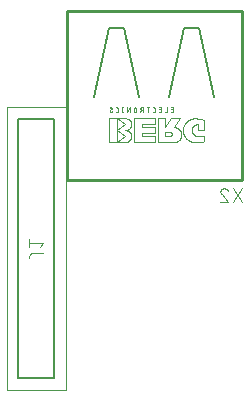
<source format=gbo>
G04 EAGLE Gerber RS-274X export*
G75*
%MOMM*%
%FSLAX34Y34*%
%LPD*%
%INBottom Silkscreen*%
%IPPOS*%
%AMOC8*
5,1,8,0,0,1.08239X$1,22.5*%
G01*
%ADD10C,0.200000*%
%ADD11C,0.100000*%
%ADD12C,0.101600*%
%ADD13C,0.254000*%
%ADD14C,0.152400*%
%ADD15C,0.050800*%
%ADD16C,0.025400*%


D10*
X60600Y93750D02*
X60600Y313450D01*
X30100Y313450D01*
X30100Y93750D01*
X60600Y93750D01*
D11*
X60600Y313450D01*
X30100Y313450D01*
X30100Y93750D01*
X60600Y93750D01*
X70600Y83750D02*
X70600Y323450D01*
X20100Y323450D01*
X20100Y83750D01*
X70600Y83750D01*
D12*
X51192Y199665D02*
X42104Y199665D01*
X42005Y199663D01*
X41905Y199657D01*
X41806Y199648D01*
X41708Y199635D01*
X41610Y199618D01*
X41512Y199597D01*
X41416Y199572D01*
X41321Y199544D01*
X41227Y199512D01*
X41134Y199477D01*
X41042Y199438D01*
X40952Y199395D01*
X40864Y199350D01*
X40777Y199300D01*
X40693Y199248D01*
X40610Y199192D01*
X40530Y199134D01*
X40452Y199072D01*
X40377Y199007D01*
X40304Y198939D01*
X40234Y198869D01*
X40166Y198796D01*
X40101Y198721D01*
X40039Y198643D01*
X39981Y198563D01*
X39925Y198480D01*
X39873Y198396D01*
X39823Y198309D01*
X39778Y198221D01*
X39735Y198131D01*
X39696Y198039D01*
X39661Y197946D01*
X39629Y197852D01*
X39601Y197757D01*
X39576Y197661D01*
X39555Y197563D01*
X39538Y197465D01*
X39525Y197367D01*
X39516Y197268D01*
X39510Y197168D01*
X39508Y197069D01*
X39508Y195770D01*
X48596Y204939D02*
X51192Y208184D01*
X39508Y208184D01*
X39508Y204939D02*
X39508Y211430D01*
D13*
X71319Y404507D02*
X219319Y404507D01*
X219319Y261507D01*
X71319Y261507D01*
X71319Y404507D01*
D14*
X107219Y389807D02*
X94519Y331307D01*
X107219Y389807D02*
X119919Y389807D01*
X132619Y331307D01*
X158019Y331307D02*
X170719Y389807D01*
X183419Y389807D01*
X196119Y331307D01*
D15*
X120719Y303607D02*
X120859Y303605D01*
X120999Y303599D01*
X121139Y303589D01*
X121279Y303576D01*
X121418Y303558D01*
X121557Y303536D01*
X121694Y303511D01*
X121832Y303482D01*
X121968Y303449D01*
X122103Y303412D01*
X122237Y303371D01*
X122370Y303326D01*
X122502Y303278D01*
X122632Y303226D01*
X122761Y303171D01*
X122888Y303112D01*
X123014Y303049D01*
X123138Y302983D01*
X123259Y302914D01*
X123379Y302841D01*
X123497Y302764D01*
X123612Y302685D01*
X123726Y302602D01*
X123836Y302516D01*
X123945Y302427D01*
X124051Y302335D01*
X124154Y302240D01*
X124255Y302143D01*
X124352Y302042D01*
X124447Y301939D01*
X124539Y301833D01*
X124628Y301724D01*
X124714Y301614D01*
X124797Y301500D01*
X124876Y301385D01*
X124953Y301267D01*
X125026Y301147D01*
X125095Y301026D01*
X125161Y300902D01*
X125224Y300776D01*
X125283Y300649D01*
X125338Y300520D01*
X125390Y300390D01*
X125438Y300258D01*
X125483Y300125D01*
X125524Y299991D01*
X125561Y299856D01*
X125594Y299720D01*
X125623Y299582D01*
X125648Y299445D01*
X125670Y299306D01*
X125688Y299167D01*
X125701Y299027D01*
X125711Y298887D01*
X125717Y298747D01*
X125719Y298607D01*
X125717Y298467D01*
X125711Y298327D01*
X125701Y298187D01*
X125688Y298047D01*
X125670Y297908D01*
X125648Y297769D01*
X125623Y297632D01*
X125594Y297494D01*
X125561Y297358D01*
X125524Y297223D01*
X125483Y297089D01*
X125438Y296956D01*
X125390Y296824D01*
X125338Y296694D01*
X125283Y296565D01*
X125224Y296438D01*
X125161Y296312D01*
X125095Y296188D01*
X125026Y296067D01*
X124953Y295947D01*
X124876Y295829D01*
X124797Y295714D01*
X124714Y295600D01*
X124628Y295490D01*
X124539Y295381D01*
X124447Y295275D01*
X124352Y295172D01*
X124255Y295071D01*
X124154Y294974D01*
X124051Y294879D01*
X123945Y294787D01*
X123836Y294698D01*
X123726Y294612D01*
X123612Y294529D01*
X123497Y294450D01*
X123379Y294373D01*
X123259Y294300D01*
X123138Y294231D01*
X123014Y294165D01*
X122888Y294102D01*
X122761Y294043D01*
X122632Y293988D01*
X122502Y293936D01*
X122370Y293888D01*
X122237Y293843D01*
X122103Y293802D01*
X121968Y293765D01*
X121832Y293732D01*
X121694Y293703D01*
X121557Y293678D01*
X121418Y293656D01*
X121279Y293638D01*
X121139Y293625D01*
X120999Y293615D01*
X120859Y293609D01*
X120719Y293607D01*
X120719Y303607D02*
X120859Y303609D01*
X120999Y303615D01*
X121139Y303625D01*
X121279Y303638D01*
X121418Y303656D01*
X121557Y303678D01*
X121694Y303703D01*
X121832Y303732D01*
X121968Y303765D01*
X122103Y303802D01*
X122237Y303843D01*
X122370Y303888D01*
X122502Y303936D01*
X122632Y303988D01*
X122761Y304043D01*
X122888Y304102D01*
X123014Y304165D01*
X123138Y304231D01*
X123259Y304300D01*
X123379Y304373D01*
X123497Y304450D01*
X123612Y304529D01*
X123726Y304612D01*
X123836Y304698D01*
X123945Y304787D01*
X124051Y304879D01*
X124154Y304974D01*
X124255Y305071D01*
X124352Y305172D01*
X124447Y305275D01*
X124539Y305381D01*
X124628Y305490D01*
X124714Y305600D01*
X124797Y305714D01*
X124876Y305829D01*
X124953Y305947D01*
X125026Y306067D01*
X125095Y306188D01*
X125161Y306312D01*
X125224Y306438D01*
X125283Y306565D01*
X125338Y306694D01*
X125390Y306824D01*
X125438Y306956D01*
X125483Y307089D01*
X125524Y307223D01*
X125561Y307358D01*
X125594Y307494D01*
X125623Y307632D01*
X125648Y307769D01*
X125670Y307908D01*
X125688Y308047D01*
X125701Y308187D01*
X125711Y308327D01*
X125717Y308467D01*
X125719Y308607D01*
X125717Y308747D01*
X125711Y308887D01*
X125701Y309027D01*
X125688Y309167D01*
X125670Y309306D01*
X125648Y309445D01*
X125623Y309582D01*
X125594Y309720D01*
X125561Y309856D01*
X125524Y309991D01*
X125483Y310125D01*
X125438Y310258D01*
X125390Y310390D01*
X125338Y310520D01*
X125283Y310649D01*
X125224Y310776D01*
X125161Y310902D01*
X125095Y311026D01*
X125026Y311147D01*
X124953Y311267D01*
X124876Y311385D01*
X124797Y311500D01*
X124714Y311614D01*
X124628Y311724D01*
X124539Y311833D01*
X124447Y311939D01*
X124352Y312042D01*
X124255Y312143D01*
X124154Y312240D01*
X124051Y312335D01*
X123945Y312427D01*
X123836Y312516D01*
X123726Y312602D01*
X123612Y312685D01*
X123497Y312764D01*
X123379Y312841D01*
X123259Y312914D01*
X123138Y312983D01*
X123014Y313049D01*
X122888Y313112D01*
X122761Y313171D01*
X122632Y313226D01*
X122502Y313278D01*
X122370Y313326D01*
X122237Y313371D01*
X122103Y313412D01*
X121968Y313449D01*
X121832Y313482D01*
X121694Y313511D01*
X121557Y313536D01*
X121418Y313558D01*
X121279Y313576D01*
X121139Y313589D01*
X120999Y313599D01*
X120859Y313605D01*
X120719Y313607D01*
X181969Y308607D02*
X181829Y308605D01*
X181689Y308599D01*
X181549Y308589D01*
X181409Y308576D01*
X181270Y308558D01*
X181131Y308536D01*
X180994Y308511D01*
X180856Y308482D01*
X180720Y308449D01*
X180585Y308412D01*
X180451Y308371D01*
X180318Y308326D01*
X180186Y308278D01*
X180056Y308226D01*
X179927Y308171D01*
X179800Y308112D01*
X179674Y308049D01*
X179550Y307983D01*
X179429Y307914D01*
X179309Y307841D01*
X179191Y307764D01*
X179076Y307685D01*
X178962Y307602D01*
X178852Y307516D01*
X178743Y307427D01*
X178637Y307335D01*
X178534Y307240D01*
X178433Y307143D01*
X178336Y307042D01*
X178241Y306939D01*
X178149Y306833D01*
X178060Y306724D01*
X177974Y306614D01*
X177891Y306500D01*
X177812Y306385D01*
X177735Y306267D01*
X177662Y306147D01*
X177593Y306026D01*
X177527Y305902D01*
X177464Y305776D01*
X177405Y305649D01*
X177350Y305520D01*
X177298Y305390D01*
X177250Y305258D01*
X177205Y305125D01*
X177164Y304991D01*
X177127Y304856D01*
X177094Y304720D01*
X177065Y304582D01*
X177040Y304445D01*
X177018Y304306D01*
X177000Y304167D01*
X176987Y304027D01*
X176977Y303887D01*
X176971Y303747D01*
X176969Y303607D01*
X176971Y303467D01*
X176977Y303327D01*
X176987Y303187D01*
X177000Y303047D01*
X177018Y302908D01*
X177040Y302769D01*
X177065Y302632D01*
X177094Y302494D01*
X177127Y302358D01*
X177164Y302223D01*
X177205Y302089D01*
X177250Y301956D01*
X177298Y301824D01*
X177350Y301694D01*
X177405Y301565D01*
X177464Y301438D01*
X177527Y301312D01*
X177593Y301188D01*
X177662Y301067D01*
X177735Y300947D01*
X177812Y300829D01*
X177891Y300714D01*
X177974Y300600D01*
X178060Y300490D01*
X178149Y300381D01*
X178241Y300275D01*
X178336Y300172D01*
X178433Y300071D01*
X178534Y299974D01*
X178637Y299879D01*
X178743Y299787D01*
X178852Y299698D01*
X178962Y299612D01*
X179076Y299529D01*
X179191Y299450D01*
X179309Y299373D01*
X179429Y299300D01*
X179550Y299231D01*
X179674Y299165D01*
X179800Y299102D01*
X179927Y299043D01*
X180056Y298988D01*
X180186Y298936D01*
X180318Y298888D01*
X180451Y298843D01*
X180585Y298802D01*
X180720Y298765D01*
X180856Y298732D01*
X180994Y298703D01*
X181131Y298678D01*
X181270Y298656D01*
X181409Y298638D01*
X181549Y298625D01*
X181689Y298615D01*
X181829Y298609D01*
X181969Y298607D01*
X179469Y293607D02*
X179225Y293610D01*
X178982Y293619D01*
X178739Y293634D01*
X178496Y293654D01*
X178254Y293681D01*
X178013Y293714D01*
X177773Y293752D01*
X177533Y293796D01*
X177295Y293846D01*
X177058Y293902D01*
X176822Y293964D01*
X176588Y294031D01*
X176356Y294104D01*
X176125Y294183D01*
X175897Y294267D01*
X175670Y294357D01*
X175446Y294452D01*
X175224Y294553D01*
X175005Y294659D01*
X174789Y294770D01*
X174575Y294887D01*
X174364Y295008D01*
X174156Y295135D01*
X173951Y295267D01*
X173750Y295404D01*
X173552Y295546D01*
X173357Y295692D01*
X173166Y295843D01*
X172979Y295999D01*
X172796Y296159D01*
X172616Y296324D01*
X172441Y296493D01*
X172270Y296666D01*
X172103Y296844D01*
X171941Y297025D01*
X171783Y297210D01*
X171629Y297399D01*
X171480Y297592D01*
X171336Y297788D01*
X171197Y297988D01*
X171062Y298191D01*
X170933Y298398D01*
X170809Y298607D01*
X170690Y298819D01*
X170576Y299035D01*
X170467Y299252D01*
X170364Y299473D01*
X170266Y299696D01*
X170173Y299921D01*
X170086Y300149D01*
X170005Y300378D01*
X169929Y300610D01*
X169859Y300843D01*
X169794Y301078D01*
X169735Y301314D01*
X169682Y301552D01*
X169635Y301791D01*
X169594Y302031D01*
X169559Y302272D01*
X169529Y302513D01*
X169505Y302756D01*
X169488Y302999D01*
X169476Y303242D01*
X169470Y303485D01*
X169470Y303729D01*
X169476Y303972D01*
X169488Y304215D01*
X169505Y304458D01*
X169529Y304701D01*
X169559Y304942D01*
X169594Y305183D01*
X169635Y305423D01*
X169682Y305662D01*
X169735Y305900D01*
X169794Y306136D01*
X169859Y306371D01*
X169929Y306604D01*
X170005Y306836D01*
X170086Y307065D01*
X170173Y307293D01*
X170266Y307518D01*
X170364Y307741D01*
X170467Y307962D01*
X170576Y308179D01*
X170690Y308395D01*
X170809Y308607D01*
X170933Y308816D01*
X171062Y309023D01*
X171197Y309226D01*
X171336Y309426D01*
X171480Y309622D01*
X171629Y309815D01*
X171783Y310004D01*
X171941Y310189D01*
X172103Y310370D01*
X172270Y310548D01*
X172441Y310721D01*
X172616Y310890D01*
X172796Y311055D01*
X172979Y311215D01*
X173166Y311371D01*
X173357Y311522D01*
X173552Y311668D01*
X173750Y311810D01*
X173951Y311947D01*
X174156Y312079D01*
X174364Y312206D01*
X174575Y312327D01*
X174789Y312444D01*
X175005Y312555D01*
X175224Y312661D01*
X175446Y312762D01*
X175670Y312857D01*
X175897Y312947D01*
X176125Y313031D01*
X176356Y313110D01*
X176588Y313183D01*
X176822Y313250D01*
X177058Y313312D01*
X177295Y313368D01*
X177533Y313418D01*
X177773Y313462D01*
X178013Y313500D01*
X178254Y313533D01*
X178496Y313560D01*
X178739Y313580D01*
X178982Y313595D01*
X179225Y313604D01*
X179469Y313607D01*
X181969Y298607D02*
X182422Y298552D01*
X182875Y298508D01*
X183330Y298475D01*
X183785Y298453D01*
X184241Y298442D01*
X184697Y298442D01*
X185153Y298453D01*
X185608Y298475D01*
X186063Y298508D01*
X186516Y298552D01*
X186969Y298607D01*
X187070Y294157D02*
X186233Y294017D01*
X185393Y293896D01*
X184551Y293796D01*
X183707Y293715D01*
X182861Y293653D01*
X182014Y293612D01*
X181166Y293590D01*
X180318Y293589D01*
X179470Y293607D01*
X179469Y313607D02*
X180014Y313598D01*
X180559Y313577D01*
X181104Y313543D01*
X181647Y313497D01*
X182190Y313438D01*
X182730Y313367D01*
X183269Y313284D01*
X183806Y313188D01*
X184341Y313080D01*
X184873Y312959D01*
X185402Y312827D01*
X185928Y312682D01*
X186450Y312525D01*
X186969Y312357D01*
X161969Y306107D02*
X162126Y306105D01*
X162283Y306099D01*
X162440Y306089D01*
X162596Y306075D01*
X162752Y306058D01*
X162908Y306036D01*
X163063Y306011D01*
X163217Y305981D01*
X163371Y305948D01*
X163523Y305911D01*
X163675Y305870D01*
X163826Y305825D01*
X163975Y305776D01*
X164123Y305724D01*
X164270Y305668D01*
X164415Y305608D01*
X164559Y305545D01*
X164701Y305478D01*
X164841Y305408D01*
X164980Y305334D01*
X165117Y305257D01*
X165251Y305176D01*
X165384Y305092D01*
X165514Y305004D01*
X165643Y304913D01*
X165769Y304819D01*
X165892Y304722D01*
X166013Y304622D01*
X166132Y304519D01*
X166247Y304413D01*
X166361Y304304D01*
X166471Y304192D01*
X166578Y304078D01*
X166683Y303961D01*
X166785Y303841D01*
X166883Y303719D01*
X166979Y303594D01*
X167071Y303467D01*
X167160Y303337D01*
X167246Y303206D01*
X167329Y303072D01*
X167408Y302937D01*
X167483Y302799D01*
X167556Y302659D01*
X167624Y302518D01*
X167689Y302375D01*
X167751Y302231D01*
X167809Y302085D01*
X167863Y301937D01*
X167913Y301788D01*
X167960Y301638D01*
X168003Y301487D01*
X168042Y301335D01*
X168077Y301182D01*
X168108Y301028D01*
X168136Y300873D01*
X168159Y300718D01*
X168179Y300562D01*
X168195Y300406D01*
X168207Y300249D01*
X168215Y300093D01*
X168219Y299936D01*
X168219Y299778D01*
X168215Y299621D01*
X168207Y299465D01*
X168195Y299308D01*
X168179Y299152D01*
X168159Y298996D01*
X168136Y298841D01*
X168108Y298686D01*
X168077Y298532D01*
X168042Y298379D01*
X168003Y298227D01*
X167960Y298076D01*
X167913Y297926D01*
X167863Y297777D01*
X167809Y297629D01*
X167751Y297483D01*
X167689Y297339D01*
X167624Y297196D01*
X167556Y297055D01*
X167483Y296915D01*
X167408Y296777D01*
X167329Y296642D01*
X167246Y296508D01*
X167160Y296377D01*
X167071Y296247D01*
X166979Y296120D01*
X166883Y295995D01*
X166785Y295873D01*
X166683Y295753D01*
X166578Y295636D01*
X166471Y295522D01*
X166361Y295410D01*
X166247Y295301D01*
X166132Y295195D01*
X166013Y295092D01*
X165892Y294992D01*
X165769Y294895D01*
X165643Y294801D01*
X165514Y294710D01*
X165384Y294622D01*
X165251Y294538D01*
X165117Y294457D01*
X164980Y294380D01*
X164841Y294306D01*
X164701Y294236D01*
X164559Y294169D01*
X164415Y294106D01*
X164270Y294046D01*
X164123Y293990D01*
X163975Y293938D01*
X163826Y293889D01*
X163675Y293844D01*
X163523Y293803D01*
X163371Y293766D01*
X163217Y293733D01*
X163063Y293703D01*
X162908Y293678D01*
X162752Y293656D01*
X162596Y293639D01*
X162440Y293625D01*
X162283Y293615D01*
X162126Y293609D01*
X161969Y293607D01*
X158219Y298607D02*
X158304Y298609D01*
X158390Y298615D01*
X158474Y298624D01*
X158559Y298638D01*
X158642Y298655D01*
X158725Y298677D01*
X158807Y298701D01*
X158887Y298730D01*
X158966Y298762D01*
X159044Y298798D01*
X159119Y298837D01*
X159193Y298880D01*
X159265Y298926D01*
X159335Y298975D01*
X159402Y299028D01*
X159467Y299083D01*
X159530Y299141D01*
X159589Y299202D01*
X159646Y299266D01*
X159700Y299332D01*
X159751Y299401D01*
X159798Y299472D01*
X159843Y299545D01*
X159884Y299619D01*
X159921Y299696D01*
X159955Y299774D01*
X159986Y299854D01*
X160012Y299935D01*
X160036Y300017D01*
X160055Y300101D01*
X160070Y300184D01*
X160082Y300269D01*
X160090Y300354D01*
X160094Y300439D01*
X160094Y300525D01*
X160090Y300610D01*
X160082Y300695D01*
X160070Y300780D01*
X160055Y300863D01*
X160036Y300947D01*
X160012Y301029D01*
X159986Y301110D01*
X159955Y301190D01*
X159921Y301268D01*
X159884Y301345D01*
X159843Y301420D01*
X159798Y301492D01*
X159751Y301563D01*
X159700Y301632D01*
X159646Y301698D01*
X159589Y301762D01*
X159530Y301823D01*
X159467Y301881D01*
X159402Y301936D01*
X159335Y301989D01*
X159265Y302038D01*
X159193Y302084D01*
X159119Y302127D01*
X159044Y302166D01*
X158966Y302202D01*
X158887Y302234D01*
X158807Y302263D01*
X158725Y302287D01*
X158642Y302309D01*
X158559Y302326D01*
X158474Y302340D01*
X158390Y302349D01*
X158304Y302355D01*
X158219Y302357D01*
X106969Y293607D02*
X106969Y313607D01*
X113219Y313607D01*
X113219Y303607D01*
X113219Y293607D01*
X106969Y293607D01*
X113219Y293607D02*
X120719Y298607D01*
X113219Y303607D01*
X120719Y308607D01*
X113219Y313607D01*
X120719Y313607D01*
X120719Y293607D02*
X113219Y293607D01*
X128219Y293607D02*
X128219Y313607D01*
X145719Y313607D01*
X145719Y308607D01*
X134469Y308607D01*
X134469Y306107D01*
X145719Y306107D01*
X145719Y301107D01*
X134469Y301107D01*
X134469Y298607D01*
X145719Y298607D01*
X145719Y293607D01*
X128219Y293607D01*
X148219Y293607D02*
X148219Y313607D01*
X154469Y313607D01*
X154469Y306107D01*
X159469Y313607D01*
X166969Y313607D01*
X161969Y306107D01*
X154469Y302357D02*
X154469Y298607D01*
X148219Y293607D02*
X161969Y293607D01*
X158219Y298607D02*
X154469Y298607D01*
X154469Y302357D02*
X158219Y302357D01*
X181969Y303607D02*
X186969Y303607D01*
X181969Y303607D02*
X181969Y308607D01*
X186919Y298607D02*
X186919Y294157D01*
X186969Y303607D02*
X186969Y312357D01*
D16*
X161028Y319070D02*
X159335Y319070D01*
X161028Y319070D02*
X161028Y322880D01*
X159335Y322880D01*
X159758Y321187D02*
X161028Y321187D01*
X155908Y322880D02*
X155908Y319070D01*
X154214Y319070D01*
X150787Y319070D02*
X149094Y319070D01*
X150787Y319070D02*
X150787Y322880D01*
X149094Y322880D01*
X149517Y321187D02*
X150787Y321187D01*
X144958Y319070D02*
X144111Y319070D01*
X144958Y319070D02*
X145013Y319072D01*
X145069Y319077D01*
X145123Y319086D01*
X145177Y319099D01*
X145230Y319115D01*
X145282Y319134D01*
X145333Y319157D01*
X145382Y319183D01*
X145429Y319213D01*
X145474Y319245D01*
X145516Y319280D01*
X145557Y319318D01*
X145595Y319359D01*
X145630Y319401D01*
X145662Y319446D01*
X145692Y319494D01*
X145718Y319542D01*
X145741Y319593D01*
X145760Y319645D01*
X145776Y319698D01*
X145789Y319752D01*
X145798Y319806D01*
X145803Y319862D01*
X145805Y319917D01*
X145804Y319917D02*
X145804Y322034D01*
X145805Y322034D02*
X145803Y322092D01*
X145797Y322149D01*
X145787Y322206D01*
X145774Y322263D01*
X145756Y322318D01*
X145735Y322371D01*
X145710Y322424D01*
X145682Y322474D01*
X145650Y322522D01*
X145615Y322569D01*
X145577Y322612D01*
X145536Y322653D01*
X145493Y322691D01*
X145446Y322726D01*
X145398Y322758D01*
X145348Y322786D01*
X145295Y322811D01*
X145242Y322832D01*
X145187Y322850D01*
X145130Y322863D01*
X145073Y322873D01*
X145016Y322879D01*
X144958Y322881D01*
X144958Y322880D02*
X144111Y322880D01*
X139982Y322880D02*
X139982Y319070D01*
X141040Y322880D02*
X138923Y322880D01*
X135533Y322880D02*
X135533Y319070D01*
X135533Y322880D02*
X134474Y322880D01*
X134410Y322878D01*
X134346Y322872D01*
X134283Y322863D01*
X134221Y322849D01*
X134159Y322832D01*
X134099Y322811D01*
X134040Y322787D01*
X133982Y322759D01*
X133927Y322727D01*
X133873Y322693D01*
X133822Y322655D01*
X133772Y322614D01*
X133726Y322570D01*
X133682Y322524D01*
X133641Y322474D01*
X133603Y322423D01*
X133569Y322369D01*
X133537Y322314D01*
X133509Y322256D01*
X133485Y322197D01*
X133464Y322137D01*
X133447Y322075D01*
X133433Y322013D01*
X133424Y321950D01*
X133418Y321886D01*
X133416Y321822D01*
X133418Y321758D01*
X133424Y321694D01*
X133433Y321631D01*
X133447Y321569D01*
X133464Y321507D01*
X133485Y321447D01*
X133509Y321388D01*
X133537Y321330D01*
X133569Y321275D01*
X133603Y321221D01*
X133641Y321170D01*
X133682Y321120D01*
X133726Y321074D01*
X133772Y321030D01*
X133822Y320989D01*
X133873Y320951D01*
X133927Y320917D01*
X133982Y320885D01*
X134040Y320857D01*
X134099Y320833D01*
X134159Y320812D01*
X134221Y320795D01*
X134283Y320781D01*
X134346Y320772D01*
X134410Y320766D01*
X134474Y320764D01*
X135533Y320764D01*
X134263Y320764D02*
X133416Y319070D01*
X129945Y320129D02*
X129945Y321822D01*
X129943Y321886D01*
X129937Y321950D01*
X129928Y322013D01*
X129914Y322075D01*
X129897Y322137D01*
X129876Y322197D01*
X129852Y322256D01*
X129824Y322314D01*
X129792Y322369D01*
X129758Y322423D01*
X129720Y322474D01*
X129679Y322524D01*
X129635Y322570D01*
X129589Y322614D01*
X129539Y322655D01*
X129488Y322693D01*
X129434Y322727D01*
X129379Y322759D01*
X129321Y322787D01*
X129262Y322811D01*
X129202Y322832D01*
X129140Y322849D01*
X129078Y322863D01*
X129015Y322872D01*
X128951Y322878D01*
X128887Y322880D01*
X128823Y322878D01*
X128759Y322872D01*
X128696Y322863D01*
X128634Y322849D01*
X128572Y322832D01*
X128512Y322811D01*
X128453Y322787D01*
X128395Y322759D01*
X128340Y322727D01*
X128286Y322693D01*
X128235Y322655D01*
X128185Y322614D01*
X128139Y322570D01*
X128095Y322524D01*
X128054Y322474D01*
X128016Y322423D01*
X127982Y322369D01*
X127950Y322314D01*
X127922Y322256D01*
X127898Y322197D01*
X127877Y322137D01*
X127860Y322075D01*
X127846Y322013D01*
X127837Y321950D01*
X127831Y321886D01*
X127829Y321822D01*
X127829Y320129D01*
X127831Y320065D01*
X127837Y320001D01*
X127846Y319938D01*
X127860Y319876D01*
X127877Y319814D01*
X127898Y319754D01*
X127922Y319695D01*
X127950Y319637D01*
X127982Y319582D01*
X128016Y319528D01*
X128054Y319477D01*
X128095Y319427D01*
X128139Y319381D01*
X128185Y319337D01*
X128235Y319296D01*
X128286Y319258D01*
X128340Y319224D01*
X128395Y319192D01*
X128453Y319164D01*
X128512Y319140D01*
X128572Y319119D01*
X128634Y319102D01*
X128696Y319088D01*
X128759Y319079D01*
X128823Y319073D01*
X128887Y319071D01*
X128951Y319073D01*
X129015Y319079D01*
X129078Y319088D01*
X129140Y319102D01*
X129202Y319119D01*
X129262Y319140D01*
X129321Y319164D01*
X129379Y319192D01*
X129434Y319224D01*
X129488Y319258D01*
X129539Y319296D01*
X129589Y319337D01*
X129635Y319381D01*
X129679Y319427D01*
X129720Y319477D01*
X129758Y319528D01*
X129792Y319582D01*
X129824Y319637D01*
X129852Y319695D01*
X129876Y319754D01*
X129897Y319814D01*
X129914Y319876D01*
X129928Y319938D01*
X129937Y320001D01*
X129943Y320065D01*
X129945Y320129D01*
X124215Y319070D02*
X124215Y322880D01*
X122099Y319070D01*
X122099Y322880D01*
X118158Y322880D02*
X118158Y319070D01*
X117735Y319070D02*
X118582Y319070D01*
X118582Y322880D02*
X117735Y322880D01*
X113503Y319070D02*
X112656Y319070D01*
X113503Y319070D02*
X113558Y319072D01*
X113614Y319077D01*
X113668Y319086D01*
X113722Y319099D01*
X113775Y319115D01*
X113827Y319134D01*
X113878Y319157D01*
X113927Y319183D01*
X113974Y319213D01*
X114019Y319245D01*
X114061Y319280D01*
X114102Y319318D01*
X114140Y319359D01*
X114175Y319401D01*
X114207Y319446D01*
X114237Y319494D01*
X114263Y319542D01*
X114286Y319593D01*
X114305Y319645D01*
X114321Y319698D01*
X114334Y319752D01*
X114343Y319806D01*
X114348Y319862D01*
X114350Y319917D01*
X114349Y319917D02*
X114349Y322034D01*
X114350Y322034D02*
X114348Y322092D01*
X114342Y322149D01*
X114332Y322206D01*
X114319Y322263D01*
X114301Y322318D01*
X114280Y322371D01*
X114255Y322424D01*
X114227Y322474D01*
X114195Y322522D01*
X114160Y322569D01*
X114122Y322612D01*
X114081Y322653D01*
X114038Y322691D01*
X113991Y322726D01*
X113943Y322758D01*
X113893Y322786D01*
X113840Y322811D01*
X113787Y322832D01*
X113732Y322850D01*
X113675Y322863D01*
X113618Y322873D01*
X113561Y322879D01*
X113503Y322881D01*
X113503Y322880D02*
X112656Y322880D01*
X108193Y319070D02*
X108138Y319072D01*
X108082Y319077D01*
X108028Y319086D01*
X107974Y319099D01*
X107921Y319115D01*
X107869Y319134D01*
X107818Y319157D01*
X107770Y319183D01*
X107722Y319213D01*
X107677Y319245D01*
X107635Y319280D01*
X107594Y319318D01*
X107556Y319359D01*
X107521Y319401D01*
X107489Y319446D01*
X107459Y319494D01*
X107433Y319542D01*
X107410Y319593D01*
X107391Y319645D01*
X107375Y319698D01*
X107362Y319752D01*
X107353Y319806D01*
X107348Y319862D01*
X107346Y319917D01*
X108193Y319070D02*
X108276Y319072D01*
X108359Y319078D01*
X108441Y319087D01*
X108523Y319101D01*
X108605Y319118D01*
X108685Y319139D01*
X108764Y319164D01*
X108843Y319192D01*
X108919Y319224D01*
X108994Y319260D01*
X109068Y319298D01*
X109139Y319341D01*
X109209Y319386D01*
X109276Y319435D01*
X109341Y319487D01*
X109403Y319542D01*
X109463Y319599D01*
X109358Y322034D02*
X109356Y322089D01*
X109351Y322145D01*
X109342Y322199D01*
X109329Y322253D01*
X109313Y322306D01*
X109294Y322358D01*
X109271Y322409D01*
X109245Y322458D01*
X109215Y322505D01*
X109183Y322550D01*
X109148Y322592D01*
X109110Y322633D01*
X109069Y322671D01*
X109027Y322706D01*
X108982Y322738D01*
X108935Y322768D01*
X108886Y322794D01*
X108835Y322817D01*
X108783Y322836D01*
X108730Y322852D01*
X108676Y322865D01*
X108622Y322874D01*
X108566Y322879D01*
X108511Y322881D01*
X108432Y322879D01*
X108354Y322873D01*
X108276Y322864D01*
X108199Y322850D01*
X108122Y322833D01*
X108046Y322811D01*
X107972Y322787D01*
X107898Y322758D01*
X107827Y322726D01*
X107757Y322690D01*
X107688Y322651D01*
X107622Y322609D01*
X107558Y322563D01*
X108934Y321293D02*
X108981Y321323D01*
X109026Y321356D01*
X109069Y321392D01*
X109109Y321430D01*
X109147Y321471D01*
X109182Y321514D01*
X109214Y321560D01*
X109244Y321607D01*
X109270Y321657D01*
X109293Y321708D01*
X109312Y321760D01*
X109328Y321813D01*
X109341Y321868D01*
X109350Y321923D01*
X109355Y321978D01*
X109357Y322034D01*
X107769Y320658D02*
X107722Y320628D01*
X107677Y320595D01*
X107634Y320559D01*
X107594Y320521D01*
X107556Y320480D01*
X107521Y320437D01*
X107489Y320391D01*
X107459Y320344D01*
X107433Y320294D01*
X107410Y320243D01*
X107391Y320191D01*
X107375Y320138D01*
X107362Y320083D01*
X107353Y320028D01*
X107348Y319973D01*
X107346Y319917D01*
X107770Y320658D02*
X108934Y321293D01*
D12*
X211960Y254481D02*
X219749Y242797D01*
X211960Y242797D02*
X219749Y254481D01*
X204100Y254481D02*
X203993Y254479D01*
X203887Y254473D01*
X203781Y254463D01*
X203675Y254450D01*
X203569Y254432D01*
X203465Y254411D01*
X203361Y254386D01*
X203258Y254357D01*
X203157Y254325D01*
X203057Y254288D01*
X202958Y254248D01*
X202860Y254205D01*
X202764Y254158D01*
X202670Y254107D01*
X202578Y254053D01*
X202488Y253996D01*
X202400Y253936D01*
X202315Y253872D01*
X202232Y253805D01*
X202151Y253735D01*
X202073Y253663D01*
X201997Y253587D01*
X201925Y253509D01*
X201855Y253428D01*
X201788Y253345D01*
X201724Y253260D01*
X201664Y253172D01*
X201607Y253082D01*
X201553Y252990D01*
X201502Y252896D01*
X201455Y252800D01*
X201412Y252702D01*
X201372Y252603D01*
X201335Y252503D01*
X201303Y252402D01*
X201274Y252299D01*
X201249Y252195D01*
X201228Y252091D01*
X201210Y251985D01*
X201197Y251879D01*
X201187Y251773D01*
X201181Y251667D01*
X201179Y251560D01*
X204100Y254481D02*
X204221Y254479D01*
X204342Y254473D01*
X204462Y254463D01*
X204583Y254450D01*
X204702Y254432D01*
X204822Y254411D01*
X204940Y254386D01*
X205057Y254357D01*
X205174Y254324D01*
X205289Y254288D01*
X205403Y254247D01*
X205516Y254204D01*
X205628Y254156D01*
X205737Y254105D01*
X205845Y254050D01*
X205952Y253992D01*
X206056Y253931D01*
X206158Y253866D01*
X206258Y253798D01*
X206356Y253727D01*
X206452Y253653D01*
X206545Y253576D01*
X206635Y253495D01*
X206723Y253412D01*
X206808Y253326D01*
X206891Y253237D01*
X206970Y253146D01*
X207047Y253052D01*
X207120Y252956D01*
X207190Y252858D01*
X207257Y252757D01*
X207321Y252654D01*
X207382Y252549D01*
X207439Y252442D01*
X207492Y252334D01*
X207542Y252224D01*
X207588Y252112D01*
X207631Y251999D01*
X207670Y251884D01*
X202153Y249288D02*
X202074Y249366D01*
X201998Y249446D01*
X201925Y249529D01*
X201855Y249615D01*
X201788Y249702D01*
X201724Y249793D01*
X201664Y249885D01*
X201606Y249979D01*
X201552Y250076D01*
X201502Y250174D01*
X201455Y250274D01*
X201411Y250375D01*
X201371Y250478D01*
X201335Y250583D01*
X201303Y250688D01*
X201274Y250795D01*
X201249Y250902D01*
X201227Y251011D01*
X201210Y251120D01*
X201196Y251229D01*
X201187Y251339D01*
X201181Y251450D01*
X201179Y251560D01*
X202153Y249288D02*
X207670Y242797D01*
X201179Y242797D01*
M02*

</source>
